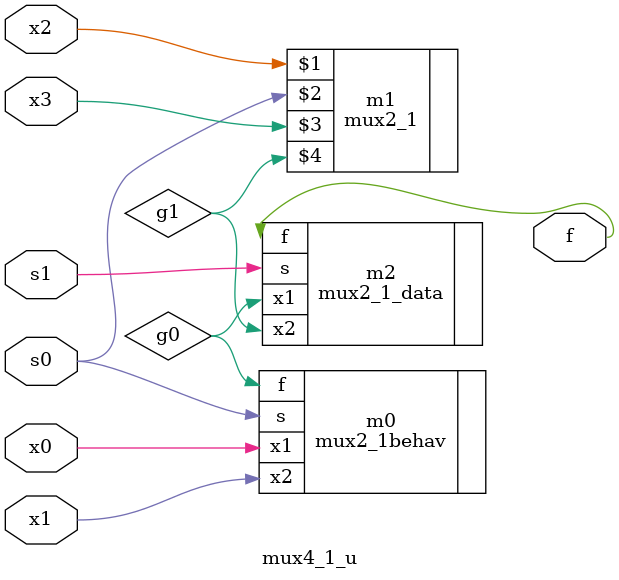
<source format=v>
module mux4_1_u(
input x0,x1,x2,x3,s0,s1,
output f
);               // we can use any implementation of mux behav,dataflow ,structural
wire g0,g1; //writing m0 m1 m2 is mandatory 
mux2_1behav m0    
(
.x1(x0),  //using .() we don't need to check the order of parameter
.x2(x1),
.s(s0),
.f(g0)
);
mux2_1 m1(x2,s0,x3,g1); //we must take care of order
mux2_1_data m2(
.x1(g0),
.x2(g1),
.s(s1),
.f(f)
);

endmodule
</source>
